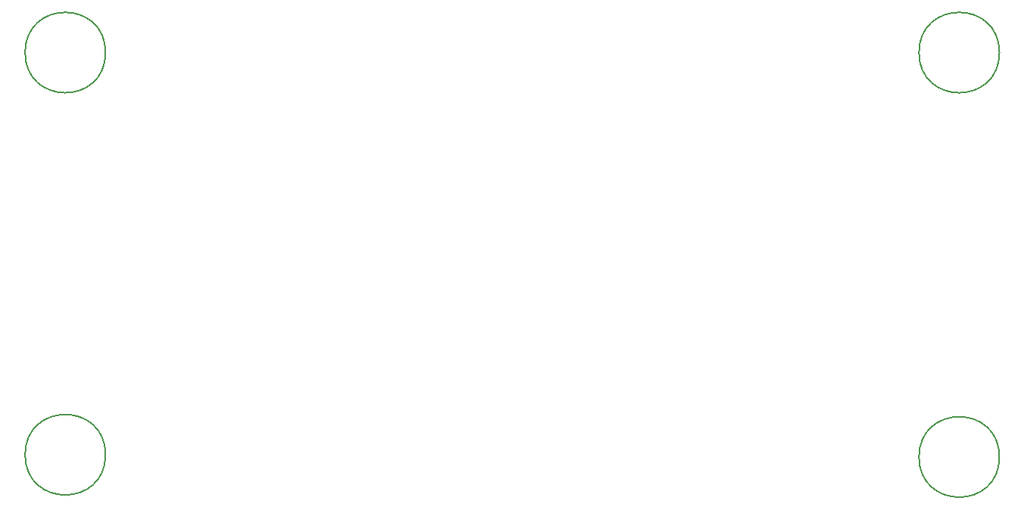
<source format=gbr>
G04 #@! TF.FileFunction,Other,User*
%FSLAX46Y46*%
G04 Gerber Fmt 4.6, Leading zero omitted, Abs format (unit mm)*
G04 Created by KiCad (PCBNEW 4.0.7-e2-6376~61~ubuntu18.04.1) date Tue Jul 31 18:43:04 2018*
%MOMM*%
%LPD*%
G01*
G04 APERTURE LIST*
%ADD10C,0.100000*%
%ADD11C,0.150000*%
G04 APERTURE END LIST*
D10*
D11*
X157500000Y-52000000D02*
G75*
G03X157500000Y-52000000I-4500000J0D01*
G01*
X57500000Y-52000000D02*
G75*
G03X57500000Y-52000000I-4500000J0D01*
G01*
X57500000Y-97000000D02*
G75*
G03X57500000Y-97000000I-4500000J0D01*
G01*
X157500000Y-97250000D02*
G75*
G03X157500000Y-97250000I-4500000J0D01*
G01*
M02*

</source>
